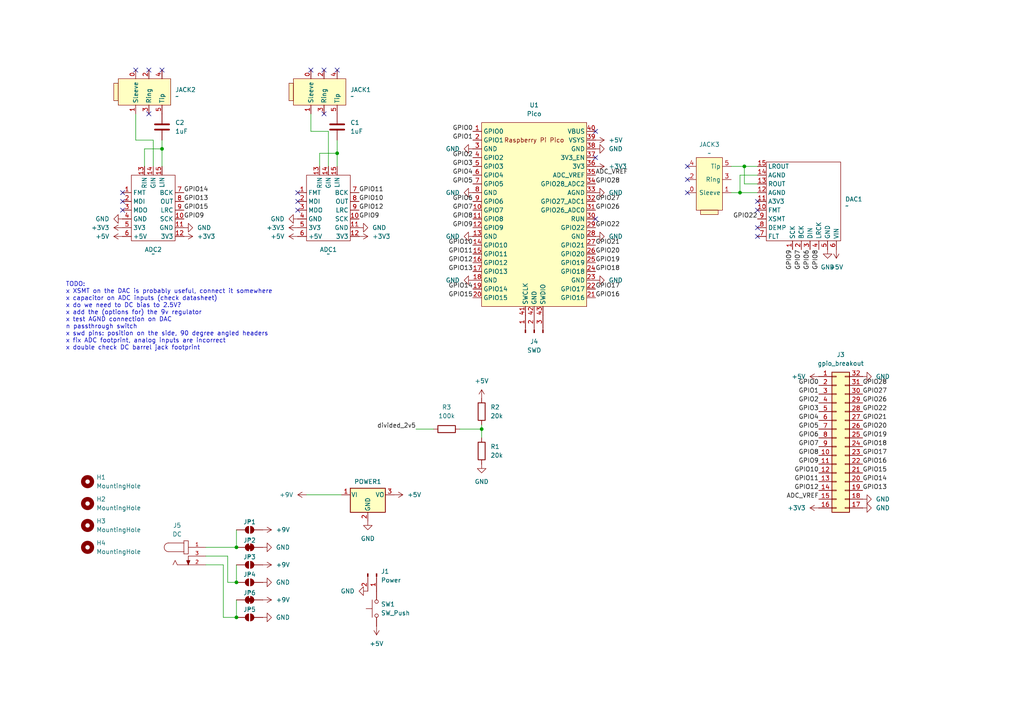
<source format=kicad_sch>
(kicad_sch (version 20250114) (generator "eeschema") (generator_version "9.0")
  (paper "A4")
  (lib_symbols
    (symbol "Connector:Conn_01x02_Pin" (pin_names (offset 1.016) (hide yes))
      (property "Reference" "J" (at 0 2.54 0))
      (property "Value" "Conn_01x02_Pin" (at 0 -5.08 0))
      (symbol "Conn_01x02_Pin_1_1"
        (rectangle (start 0.8636 0.127) (end 0 -0.127) (stroke (width 0.1524)) (fill (type outline)))
        (rectangle (start 0.8636 -2.413) (end 0 -2.667) (stroke (width 0.1524)) (fill (type outline)))
        (polyline (pts (xy 1.27 0) (xy 0.8636 0)) (stroke (width 0.1524)))
        (polyline (pts (xy 1.27 -2.54) (xy 0.8636 -2.54)) (stroke (width 0.1524)))
        (pin passive line (at 5.08 0 180) (length 3.81) (name "Pin_1") (number "1"))
        (pin passive line (at 5.08 -2.54 180) (length 3.81) (name "Pin_2") (number "2"))
      )
    )
    (symbol "Connector:Conn_01x03_Pin" (pin_names (offset 1.016) (hide yes))
      (property "Reference" "J" (at 0 5.08 0))
      (property "Value" "Conn_01x03_Pin" (at 0 -5.08 0))
      (symbol "Conn_01x03_Pin_1_1"
        (rectangle (start 0.8636 2.667) (end 0 2.413) (stroke (width 0.1524)) (fill (type outline)))
        (rectangle (start 0.8636 0.127) (end 0 -0.127) (stroke (width 0.1524)) (fill (type outline)))
        (rectangle (start 0.8636 -2.413) (end 0 -2.667) (stroke (width 0.1524)) (fill (type outline)))
        (polyline (pts (xy 1.27 2.54) (xy 0.8636 2.54)) (stroke (width 0.1524)))
        (polyline (pts (xy 1.27 0) (xy 0.8636 0)) (stroke (width 0.1524)))
        (polyline (pts (xy 1.27 -2.54) (xy 0.8636 -2.54)) (stroke (width 0.1524)))
        (pin passive line (at 5.08 2.54 180) (length 3.81) (name "Pin_1") (number "1"))
        (pin passive line (at 5.08 0 180) (length 3.81) (name "Pin_2") (number "2"))
        (pin passive line (at 5.08 -2.54 180) (length 3.81) (name "Pin_3") (number "3"))
      )
    )
    (symbol "Connector_Generic:Conn_02x16_Counter_Clockwise" (pin_names (offset 1.016) (hide yes))
      (property "Reference" "J" (at 1.27 20.32 0))
      (property "Value" "Conn_02x16_Counter_Clockwise" (at 1.27 -22.86 0))
      (symbol "Conn_02x16_Counter_Clockwise_1_1"
        (rectangle (start -1.27 19.05) (end 3.81 -21.59) (stroke (width 0.254)) (fill (type background)))
        (rectangle (start -1.27 17.907) (end 0 17.653) (stroke (width 0.1524)))
        (rectangle (start -1.27 15.367) (end 0 15.113) (stroke (width 0.1524)))
        (rectangle (start -1.27 12.827) (end 0 12.573) (stroke (width 0.1524)))
        (rectangle (start -1.27 10.287) (end 0 10.033) (stroke (width 0.1524)))
        (rectangle (start -1.27 7.747) (end 0 7.493) (stroke (width 0.1524)))
        (rectangle (start -1.27 5.207) (end 0 4.953) (stroke (width 0.1524)))
        (rectangle (start -1.27 2.667) (end 0 2.413) (stroke (width 0.1524)))
        (rectangle (start -1.27 0.127) (end 0 -0.127) (stroke (width 0.1524)))
        (rectangle (start -1.27 -2.413) (end 0 -2.667) (stroke (width 0.1524)))
        (rectangle (start -1.27 -4.953) (end 0 -5.207) (stroke (width 0.1524)))
        (rectangle (start -1.27 -7.493) (end 0 -7.747) (stroke (width 0.1524)))
        (rectangle (start -1.27 -10.033) (end 0 -10.287) (stroke (width 0.1524)))
        (rectangle (start -1.27 -12.573) (end 0 -12.827) (stroke (width 0.1524)))
        (rectangle (start -1.27 -15.113) (end 0 -15.367) (stroke (width 0.1524)))
        (rectangle (start -1.27 -17.653) (end 0 -17.907) (stroke (width 0.1524)))
        (rectangle (start -1.27 -20.193) (end 0 -20.447) (stroke (width 0.1524)))
        (rectangle (start 3.81 17.907) (end 2.54 17.653) (stroke (width 0.1524)))
        (rectangle (start 3.81 15.367) (end 2.54 15.113) (stroke (width 0.1524)))
        (rectangle (start 3.81 12.827) (end 2.54 12.573) (stroke (width 0.1524)))
        (rectangle (start 3.81 10.287) (end 2.54 10.033) (stroke (width 0.1524)))
        (rectangle (start 3.81 7.747) (end 2.54 7.493) (stroke (width 0.1524)))
        (rectangle (start 3.81 5.207) (end 2.54 4.953) (stroke (width 0.1524)))
        (rectangle (start 3.81 2.667) (end 2.54 2.413) (stroke (width 0.1524)))
        (rectangle (start 3.81 0.127) (end 2.54 -0.127) (stroke (width 0.1524)))
        (rectangle (start 3.81 -2.413) (end 2.54 -2.667) (stroke (width 0.1524)))
        (rectangle (start 3.81 -4.953) (end 2.54 -5.207) (stroke (width 0.1524)))
        (rectangle (start 3.81 -7.493) (end 2.54 -7.747) (stroke (width 0.1524)))
        (rectangle (start 3.81 -10.033) (end 2.54 -10.287) (stroke (width 0.1524)))
        (rectangle (start 3.81 -12.573) (end 2.54 -12.827) (stroke (width 0.1524)))
        (rectangle (start 3.81 -15.113) (end 2.54 -15.367) (stroke (width 0.1524)))
        (rectangle (start 3.81 -17.653) (end 2.54 -17.907) (stroke (width 0.1524)))
        (rectangle (start 3.81 -20.193) (end 2.54 -20.447) (stroke (width 0.1524)))
        (pin passive line (at -5.08 17.78 0) (length 3.81) (name "Pin_1") (number "1"))
        (pin passive line (at -5.08 15.24 0) (length 3.81) (name "Pin_2") (number "2"))
        (pin passive line (at -5.08 12.7 0) (length 3.81) (name "Pin_3") (number "3"))
        (pin passive line (at -5.08 10.16 0) (length 3.81) (name "Pin_4") (number "4"))
        (pin passive line (at -5.08 7.62 0) (length 3.81) (name "Pin_5") (number "5"))
        (pin passive line (at -5.08 5.08 0) (length 3.81) (name "Pin_6") (number "6"))
        (pin passive line (at -5.08 2.54 0) (length 3.81) (name "Pin_7") (number "7"))
        (pin passive line (at -5.08 0 0) (length 3.81) (name "Pin_8") (number "8"))
        (pin passive line (at -5.08 -2.54 0) (length 3.81) (name "Pin_9") (number "9"))
        (pin passive line (at -5.08 -5.08 0) (length 3.81) (name "Pin_10") (number "10"))
        (pin passive line (at -5.08 -7.62 0) (length 3.81) (name "Pin_11") (number "11"))
        (pin passive line (at -5.08 -10.16 0) (length 3.81) (name "Pin_12") (number "12"))
        (pin passive line (at -5.08 -12.7 0) (length 3.81) (name "Pin_13") (number "13"))
        (pin passive line (at -5.08 -15.24 0) (length 3.81) (name "Pin_14") (number "14"))
        (pin passive line (at -5.08 -17.78 0) (length 3.81) (name "Pin_15") (number "15"))
        (pin passive line (at -5.08 -20.32 0) (length 3.81) (name "Pin_16") (number "16"))
        (pin passive line (at 7.62 17.78 180) (length 3.81) (name "Pin_32") (number "32"))
        (pin passive line (at 7.62 15.24 180) (length 3.81) (name "Pin_31") (number "31"))
        (pin passive line (at 7.62 12.7 180) (length 3.81) (name "Pin_30") (number "30"))
        (pin passive line (at 7.62 10.16 180) (length 3.81) (name "Pin_29") (number "29"))
        (pin passive line (at 7.62 7.62 180) (length 3.81) (name "Pin_28") (number "28"))
        (pin passive line (at 7.62 5.08 180) (length 3.81) (name "Pin_27") (number "27"))
        (pin passive line (at 7.62 2.54 180) (length 3.81) (name "Pin_26") (number "26"))
        (pin passive line (at 7.62 0 180) (length 3.81) (name "Pin_25") (number "25"))
        (pin passive line (at 7.62 -2.54 180) (length 3.81) (name "Pin_24") (number "24"))
        (pin passive line (at 7.62 -5.08 180) (length 3.81) (name "Pin_23") (number "23"))
        (pin passive line (at 7.62 -7.62 180) (length 3.81) (name "Pin_22") (number "22"))
        (pin passive line (at 7.62 -10.16 180) (length 3.81) (name "Pin_21") (number "21"))
        (pin passive line (at 7.62 -12.7 180) (length 3.81) (name "Pin_20") (number "20"))
        (pin passive line (at 7.62 -15.24 180) (length 3.81) (name "Pin_19") (number "19"))
        (pin passive line (at 7.62 -17.78 180) (length 3.81) (name "Pin_18") (number "18"))
        (pin passive line (at 7.62 -20.32 180) (length 3.81) (name "Pin_17") (number "17"))
      )
    )
    (symbol "DCJ200-10-A-XX-K_REVA:DCJ200-10-A-XX-K_REVA" (pin_names (offset 1.016))
      (property "Reference" "J" (at -7.6272 5.0848 0))
      (property "Value" "DCJ200-10-A-XX-K_REVA" (at -7.6313 -5.0875 0))
      (symbol "DCJ200-10-A-XX-K_REVA_0_0"
        (polyline (pts (xy -5.715 3.81) (xy -1.27 3.81)) (stroke (width 0.1524)))
        (arc (start -5.715 1.27) (mid -6.9794 2.54) (end -5.715 3.81) (stroke (width 0.1524)))
        (polyline (pts (xy -3.81 -1.27) (xy -4.445 -2.54)) (stroke (width 0.1524)))
        (polyline (pts (xy -3.175 -2.54) (xy -3.81 -1.27)) (stroke (width 0.1524)))
        (polyline (pts (xy -1.27 4.445) (xy -1.27 3.81)) (stroke (width 0.1524)))
        (polyline (pts (xy -1.27 3.81) (xy -1.27 1.27)) (stroke (width 0.1524)))
        (polyline (pts (xy -1.27 1.27) (xy -5.715 1.27)) (stroke (width 0.1524)))
        (polyline (pts (xy -1.27 1.27) (xy -1.27 0.635)) (stroke (width 0.1524)))
        (polyline (pts (xy -1.27 0.635) (xy 0 0.635)) (stroke (width 0.1524)))
        (polyline (pts (xy 0 4.445) (xy -1.27 4.445)) (stroke (width 0.1524)))
        (polyline (pts (xy 0 0.635) (xy 0 4.445)) (stroke (width 0.1524)))
        (polyline (pts (xy 0 0) (xy 0 -2.54)) (stroke (width 0.1524)))
        (polyline (pts (xy 0 -2.54) (xy -3.175 -2.54)) (stroke (width 0.1524)))
        (polyline (pts (xy 0 -2.54) (xy -0.508 -1.27) (xy 0.508 -1.27) (xy 0 -2.54)) (stroke (width 0.1524)) (fill (type outline)))
        (pin passive line (at 5.08 2.54 180) (length 5.08) (name "~") (number "1"))
        (pin passive line (at 5.08 0 180) (length 5.08) (name "~") (number "3"))
        (pin passive line (at 5.08 -2.54 180) (length 5.08) (name "~") (number "2"))
      )
    )
    (symbol "Device:C" (pin_numbers (hide yes)) (pin_names (offset 0.254))
      (property "Reference" "C" (at 0.635 2.54 0))
      (property "Value" "C" (at 0.635 -2.54 0))
      (symbol "C_0_1"
        (polyline (pts (xy -2.032 0.762) (xy 2.032 0.762)) (stroke (width 0.508)))
        (polyline (pts (xy -2.032 -0.762) (xy 2.032 -0.762)) (stroke (width 0.508)))
      )
      (symbol "C_1_1"
        (pin passive line (at 0 3.81 270) (length 2.794) (name "~") (number "1"))
        (pin passive line (at 0 -3.81 90) (length 2.794) (name "~") (number "2"))
      )
    )
    (symbol "Device:R" (pin_numbers (hide yes)) (pin_names (offset 0))
      (property "Reference" "R" (at 2.032 0 90))
      (property "Value" "R" (at 0 0 90))
      (symbol "R_0_1"
        (rectangle (start -1.016 -2.54) (end 1.016 2.54) (stroke (width 0.254)))
      )
      (symbol "R_1_1"
        (pin passive line (at 0 3.81 270) (length 1.27) (name "~") (number "1"))
        (pin passive line (at 0 -3.81 90) (length 1.27) (name "~") (number "2"))
      )
    )
    (symbol "Jumper:SolderJumper_2_Bridged" (pin_numbers (hide yes)) (pin_names (offset 0) (hide yes)) (in_bom no)
      (property "Reference" "JP" (at 0 2.032 0))
      (property "Value" "SolderJumper_2_Bridged" (at 0 -2.54 0))
      (symbol "SolderJumper_2_Bridged_0_1"
        (rectangle (start -0.508 0.508) (end 0.508 -0.508) (fill (type outline)))
        (polyline (pts (xy -0.254 1.016) (xy -0.254 -1.016)))
        (arc (start -0.254 -1.016) (mid -1.2656 0) (end -0.254 1.016))
        (arc (start -0.254 -1.016) (mid -1.2656 0) (end -0.254 1.016) (fill (type outline)))
        (arc (start 0.254 1.016) (mid 1.2656 0) (end 0.254 -1.016))
        (arc (start 0.254 1.016) (mid 1.2656 0) (end 0.254 -1.016) (fill (type outline)))
        (polyline (pts (xy 0.254 1.016) (xy 0.254 -1.016)))
      )
      (symbol "SolderJumper_2_Bridged_1_1"
        (pin passive line (at -3.81 0 0) (length 2.54) (name "A") (number "1"))
        (pin passive line (at 3.81 0 180) (length 2.54) (name "B") (number "2"))
      )
    )
    (symbol "Jumper:SolderJumper_2_Open" (pin_numbers (hide yes)) (pin_names (offset 0) (hide yes)) (in_bom no)
      (property "Reference" "JP" (at 0 2.032 0))
      (property "Value" "SolderJumper_2_Open" (at 0 -2.54 0))
      (symbol "SolderJumper_2_Open_0_1"
        (polyline (pts (xy -0.254 1.016) (xy -0.254 -1.016)))
        (arc (start -0.254 -1.016) (mid -1.2656 0) (end -0.254 1.016))
        (arc (start -0.254 -1.016) (mid -1.2656 0) (end -0.254 1.016) (fill (type outline)))
        (arc (start 0.254 1.016) (mid 1.2656 0) (end 0.254 -1.016))
        (arc (start 0.254 1.016) (mid 1.2656 0) (end 0.254 -1.016) (fill (type outline)))
        (polyline (pts (xy 0.254 1.016) (xy 0.254 -1.016)))
      )
      (symbol "SolderJumper_2_Open_1_1"
        (pin passive line (at -3.81 0 0) (length 2.54) (name "A") (number "1"))
        (pin passive line (at 3.81 0 180) (length 2.54) (name "B") (number "2"))
      )
    )
    (symbol "MCU_RaspberryPi_and_Boards:Pico"
      (property "Reference" "U" (at -13.97 27.94 0))
      (property "Value" "Pico" (at 0 19.05 0))
      (symbol "Pico_0_0"
        (text "Raspberry Pi Pico" (at 0 21.59 0) (effects (font (size 1.27 1.27))))
      )
      (symbol "Pico_0_1"
        (rectangle (start -15.24 26.67) (end 15.24 -26.67) (fill (type background)))
      )
      (symbol "Pico_1_1"
        (pin bidirectional line (at -17.78 24.13 0) (length 2.54) (name "GPIO0") (number "1"))
        (pin bidirectional line (at -17.78 21.59 0) (length 2.54) (name "GPIO1") (number "2"))
        (pin power_in line (at -17.78 19.05 0) (length 2.54) (name "GND") (number "3"))
        (pin bidirectional line (at -17.78 16.51 0) (length 2.54) (name "GPIO2") (number "4"))
        (pin bidirectional line (at -17.78 13.97 0) (length 2.54) (name "GPIO3") (number "5"))
        (pin bidirectional line (at -17.78 11.43 0) (length 2.54) (name "GPIO4") (number "6"))
        (pin bidirectional line (at -17.78 8.89 0) (length 2.54) (name "GPIO5") (number "7"))
        (pin power_in line (at -17.78 6.35 0) (length 2.54) (name "GND") (number "8"))
        (pin bidirectional line (at -17.78 3.81 0) (length 2.54) (name "GPIO6") (number "9"))
        (pin bidirectional line (at -17.78 1.27 0) (length 2.54) (name "GPIO7") (number "10"))
        (pin bidirectional line (at -17.78 -1.27 0) (length 2.54) (name "GPIO8") (number "11"))
        (pin bidirectional line (at -17.78 -3.81 0) (length 2.54) (name "GPIO9") (number "12"))
        (pin power_in line (at -17.78 -6.35 0) (length 2.54) (name "GND") (number "13"))
        (pin bidirectional line (at -17.78 -8.89 0) (length 2.54) (name "GPIO10") (number "14"))
        (pin bidirectional line (at -17.78 -11.43 0) (length 2.54) (name "GPIO11") (number "15"))
        (pin bidirectional line (at -17.78 -13.97 0) (length 2.54) (name "GPIO12") (number "16"))
        (pin bidirectional line (at -17.78 -16.51 0) (length 2.54) (name "GPIO13") (number "17"))
        (pin power_in line (at -17.78 -19.05 0) (length 2.54) (name "GND") (number "18"))
        (pin bidirectional line (at -17.78 -21.59 0) (length 2.54) (name "GPIO14") (number "19"))
        (pin bidirectional line (at -17.78 -24.13 0) (length 2.54) (name "GPIO15") (number "20"))
        (pin input line (at -2.54 -29.21 90) (length 2.54) (name "SWCLK") (number "41"))
        (pin power_in line (at 0 -29.21 90) (length 2.54) (name "GND") (number "42"))
        (pin bidirectional line (at 2.54 -29.21 90) (length 2.54) (name "SWDIO") (number "43"))
        (pin power_in line (at 17.78 24.13 180) (length 2.54) (name "VBUS") (number "40"))
        (pin power_in line (at 17.78 21.59 180) (length 2.54) (name "VSYS") (number "39"))
        (pin bidirectional line (at 17.78 19.05 180) (length 2.54) (name "GND") (number "38"))
        (pin input line (at 17.78 16.51 180) (length 2.54) (name "3V3_EN") (number "37"))
        (pin power_in line (at 17.78 13.97 180) (length 2.54) (name "3V3") (number "36"))
        (pin power_in line (at 17.78 11.43 180) (length 2.54) (name "ADC_VREF") (number "35"))
        (pin bidirectional line (at 17.78 8.89 180) (length 2.54) (name "GPIO28_ADC2") (number "34"))
        (pin power_in line (at 17.78 6.35 180) (length 2.54) (name "AGND") (number "33"))
        (pin bidirectional line (at 17.78 3.81 180) (length 2.54) (name "GPIO27_ADC1") (number "32"))
        (pin bidirectional line (at 17.78 1.27 180) (length 2.54) (name "GPIO26_ADC0") (number "31"))
        (pin input line (at 17.78 -1.27 180) (length 2.54) (name "RUN") (number "30"))
        (pin bidirectional line (at 17.78 -3.81 180) (length 2.54) (name "GPIO22") (number "29"))
        (pin power_in line (at 17.78 -6.35 180) (length 2.54) (name "GND") (number "28"))
        (pin bidirectional line (at 17.78 -8.89 180) (length 2.54) (name "GPIO21") (number "27"))
        (pin bidirectional line (at 17.78 -11.43 180) (length 2.54) (name "GPIO20") (number "26"))
        (pin bidirectional line (at 17.78 -13.97 180) (length 2.54) (name "GPIO19") (number "25"))
        (pin bidirectional line (at 17.78 -16.51 180) (length 2.54) (name "GPIO18") (number "24"))
        (pin power_in line (at 17.78 -19.05 180) (length 2.54) (name "GND") (number "23"))
        (pin bidirectional line (at 17.78 -21.59 180) (length 2.54) (name "GPIO17") (number "22"))
        (pin bidirectional line (at 17.78 -24.13 180) (length 2.54) (name "GPIO16") (number "21"))
      )
    )
    (symbol "Mechanical:MountingHole" (pin_names (offset 1.016)) (in_bom no)
      (property "Reference" "H" (at 0 5.08 0))
      (property "Value" "MountingHole" (at 0 3.175 0))
      (symbol "MountingHole_0_1"
        (circle (center 0 0) (radius 1.27) (stroke (width 1.27)))
      )
    )
    (symbol "Regulator_Linear:LM7805_TO220" (pin_names (offset 0.254))
      (property "Reference" "U" (at -3.81 3.175 0))
      (property "Value" "LM7805_TO220" (at 0 3.175 0))
      (symbol "LM7805_TO220_0_1"
        (rectangle (start -5.08 1.905) (end 5.08 -5.08) (stroke (width 0.254)) (fill (type background)))
      )
      (symbol "LM7805_TO220_1_1"
        (pin power_in line (at -7.62 0 0) (length 2.54) (name "VI") (number "1"))
        (pin power_in line (at 0 -7.62 90) (length 2.54) (name "GND") (number "2"))
        (pin power_out line (at 7.62 0 180) (length 2.54) (name "VO") (number "3"))
      )
    )
    (symbol "Switch:SW_Push" (pin_numbers (hide yes)) (pin_names (offset 1.016) (hide yes))
      (property "Reference" "SW" (at 1.27 2.54 0))
      (property "Value" "SW_Push" (at 0 -1.524 0))
      (symbol "SW_Push_0_1"
        (circle (center -2.032 0) (radius 0.508))
        (polyline (pts (xy 0 1.27) (xy 0 3.048)))
        (circle (center 2.032 0) (radius 0.508))
        (polyline (pts (xy 2.54 1.27) (xy -2.54 1.27)))
        (pin passive line (at -5.08 0 0) (length 2.54) (name "1") (number "1"))
        (pin passive line (at 5.08 0 180) (length 2.54) (name "2") (number "2"))
      )
    )
    (symbol "power:+3V3" (power) (pin_numbers (hide yes)) (pin_names (offset 0) (hide yes))
      (property "Value" "+3V3" (at 0 3.556 0))
      (symbol "+3V3_0_1"
        (polyline (pts (xy -0.762 1.27) (xy 0 2.54)))
        (polyline (pts (xy 0 2.54) (xy 0.762 1.27)))
        (polyline (pts (xy 0 0) (xy 0 2.54)))
      )
      (symbol "+3V3_1_1"
        (pin power_in line (at 0 0 90) (length 0) (name "~") (number "1"))
      )
    )
    (symbol "power:+5V" (power) (pin_numbers (hide yes)) (pin_names (offset 0) (hide yes))
      (property "Value" "+5V" (at 0 3.556 0))
      (symbol "+5V_0_1"
        (polyline (pts (xy -0.762 1.27) (xy 0 2.54)))
        (polyline (pts (xy 0 2.54) (xy 0.762 1.27)))
        (polyline (pts (xy 0 0) (xy 0 2.54)))
      )
      (symbol "+5V_1_1"
        (pin power_in line (at 0 0 90) (length 0) (name "~") (number "1"))
      )
    )
    (symbol "power:+9V" (power) (pin_numbers (hide yes)) (pin_names (offset 0) (hide yes))
      (property "Value" "+9V" (at 0 3.556 0))
      (symbol "+9V_0_1"
        (polyline (pts (xy -0.762 1.27) (xy 0 2.54)))
        (polyline (pts (xy 0 2.54) (xy 0.762 1.27)))
        (polyline (pts (xy 0 0) (xy 0 2.54)))
      )
      (symbol "+9V_1_1"
        (pin power_in line (at 0 0 90) (length 0) (name "~") (number "1"))
      )
    )
    (symbol "power:GND" (power) (pin_numbers (hide yes)) (pin_names (offset 0) (hide yes))
      (property "Value" "GND" (at 0 -3.81 0))
      (symbol "GND_0_1"
        (polyline (pts (xy 0 0) (xy 0 -1.27) (xy 1.27 -1.27) (xy 0 -2.54) (xy -1.27 -1.27) (xy 0 -1.27)))
      )
      (symbol "GND_1_1"
        (pin power_in line (at 0 0 270) (length 0) (name "~") (number "1"))
      )
    )
    (symbol "rytmos:PCM1808_breakout"
      (property "Reference" "ADC" (at 0 7.366 0))
      (symbol "PCM1808_breakout_0_1"
        (rectangle (start 6.35 -20.32) (end -6.35 -1.27))
      )
      (symbol "PCM1808_breakout_1_1"
        (pin input line (at -8.89 -6.35 0) (length 2.54) (name "FMT") (number "1"))
        (pin input line (at -8.89 -8.89 0) (length 2.54) (name "MDI") (number "2"))
        (pin output line (at -8.89 -11.43 0) (length 2.54) (name "MDO") (number "3"))
        (pin power_in line (at -8.89 -13.97 0) (length 2.54) (name "GND") (number "4"))
        (pin power_in line (at -8.89 -16.51 0) (length 2.54) (name "3V3") (number "5"))
        (pin power_in line (at -8.89 -19.05 0) (length 2.54) (name "+5V") (number "6"))
        (pin input line (at -2.54 1.27 270) (length 2.54) (name "RIN") (number "13"))
        (pin input line (at 0 1.27 270) (length 2.54) (name "GIN") (number "14"))
        (pin input line (at 2.54 1.27 270) (length 2.54) (name "LIN") (number "15"))
        (pin output line (at 8.89 -6.35 180) (length 2.54) (name "BCK") (number "7"))
        (pin output line (at 8.89 -8.89 180) (length 2.54) (name "OUT") (number "8"))
        (pin output line (at 8.89 -11.43 180) (length 2.54) (name "LRC") (number "9"))
        (pin output line (at 8.89 -13.97 180) (length 2.54) (name "SCK") (number "10"))
        (pin power_in line (at 8.89 -16.51 180) (length 2.54) (name "GND") (number "11"))
        (pin power_in line (at 8.89 -19.05 180) (length 2.54) (name "3V3") (number "12"))
      )
    )
    (symbol "rytmos:PCM5102_breakout"
      (property "Reference" "DAC" (at 0 0 0))
      (symbol "PCM5102_breakout_0_1"
        (rectangle (start -10.16 -1.27) (end 11.43 -24.13))
      )
      (symbol "PCM5102_breakout_1_1"
        (pin output line (at -12.7 -2.54 0) (length 2.54) (name "LROUT") (number "15"))
        (pin power_in line (at -12.7 -5.08 0) (length 2.54) (name "AGND") (number "14"))
        (pin output line (at -12.7 -7.62 0) (length 2.54) (name "ROUT") (number "13"))
        (pin power_in line (at -12.7 -10.16 0) (length 2.54) (name "AGND") (number "12"))
        (pin power_in line (at -12.7 -12.7 0) (length 2.54) (name "A3V3") (number "11"))
        (pin input line (at -12.7 -15.24 0) (length 2.54) (name "FMT") (number "10"))
        (pin input line (at -12.7 -17.78 0) (length 2.54) (name "XSMT") (number "9"))
        (pin input line (at -12.7 -20.32 0) (length 2.54) (name "DEMP") (number "8"))
        (pin input line (at -12.7 -22.86 0) (length 2.54) (name "FLT") (number "7"))
        (pin input line (at -2.54 -26.67 90) (length 2.54) (name "SCK") (number "1"))
        (pin input line (at 0 -26.67 90) (length 2.54) (name "BCK") (number "2"))
        (pin input line (at 2.54 -26.67 90) (length 2.54) (name "DIN") (number "3"))
        (pin input line (at 5.08 -26.67 90) (length 2.54) (name "LRCK") (number "4"))
        (pin power_in line (at 7.62 -26.67 90) (length 2.54) (name "GND") (number "5"))
        (pin power_in line (at 10.16 -26.67 90) (length 2.54) (name "VIN") (number "6"))
      )
    )
    (symbol "rytmos:TRS_Jack_6.3mm"
      (property "Reference" "JACK" (at -0.254 7.62 0))
      (symbol "TRS_Jack_6.3mm_1_1"
        (rectangle (start -3.81 -8.89) (end 3.81 6.35) (fill (type background)))
        (rectangle (start -2.54 -10.16) (end 2.54 -8.89) (fill (type background)))
        (pin input line (at -6.35 3.81 0) (length 2.54) (name "") (number "4"))
        (pin input line (at -6.35 0 0) (length 2.54) (name "") (number "2"))
        (pin input line (at -6.35 -3.81 0) (length 2.54) (name "") (number "0"))
        (pin input line (at 6.35 3.81 180) (length 2.54) (name "Tip") (number "5"))
        (pin input line (at 6.35 0 180) (length 2.54) (name "Ring") (number "3"))
        (pin input line (at 6.35 -3.81 180) (length 2.54) (name "Sleeve") (number "1"))
      )
    )
  )
  (text "TODO:\nx XSMT on the DAC is probably useful, connect it somewhere\nx capacitor on ADC inputs (check datasheet)\nx do we need to DC bias to 2.5V?\nx add the (options for) the 9v regulator\nx test AGND connection on DAC\nn passthrough switch\nx swd pins: position on the side, 90 degree angled headers\nx fix ADC footprint, analog inputs are incorrect\nx double check DC barrel jack footprint" (at 19.05 81.788 0) (effects (font (size 1.27 1.27)) (justify left top)))
  (junction (at 139.7 124.46))
  (junction (at 68.58 179.07))
  (junction (at 46.99 43.18))
  (junction (at 214.63 55.88))
  (junction (at 68.58 158.75))
  (junction (at 215.9 48.26))
  (junction (at 68.58 168.91))
  (junction (at 97.79 44.45))
  (no_connect (at 219.71 68.58))
  (no_connect (at 172.72 38.1))
  (no_connect (at 46.99 20.32))
  (no_connect (at 219.71 60.96))
  (no_connect (at 39.37 20.32))
  (no_connect (at 35.56 60.96))
  (no_connect (at 97.79 20.32))
  (no_connect (at 86.36 55.88))
  (no_connect (at 199.39 48.26))
  (no_connect (at 219.71 58.42))
  (no_connect (at 172.72 45.72))
  (no_connect (at 86.36 58.42))
  (no_connect (at 219.71 66.04))
  (no_connect (at 90.17 20.32))
  (no_connect (at 86.36 60.96))
  (no_connect (at 172.72 63.5))
  (no_connect (at 43.18 20.32))
  (no_connect (at 43.18 33.02))
  (no_connect (at 35.56 58.42))
  (no_connect (at 35.56 55.88))
  (no_connect (at 93.98 33.02))
  (no_connect (at 199.39 52.07))
  (no_connect (at 93.98 20.32))
  (no_connect (at 199.39 55.88))
  (wire (pts (xy 212.09 48.26) (xy 215.9 48.26)))
  (wire (pts (xy 39.37 40.64) (xy 39.37 33.02)))
  (wire (pts (xy 66.04 168.91) (xy 68.58 168.91)))
  (wire (pts (xy 90.17 33.02) (xy 90.17 38.1)))
  (wire (pts (xy 46.99 40.64) (xy 46.99 43.18)))
  (wire (pts (xy 59.69 163.83) (xy 64.77 163.83)))
  (wire (pts (xy 97.79 44.45) (xy 97.79 48.26)))
  (wire (pts (xy 44.45 48.26) (xy 44.45 40.64)))
  (wire (pts (xy 139.7 124.46) (xy 139.7 127)))
  (wire (pts (xy 215.9 48.26) (xy 219.71 48.26)))
  (wire (pts (xy 46.99 43.18) (xy 41.91 43.18)))
  (wire (pts (xy 90.17 38.1) (xy 95.25 38.1)))
  (wire (pts (xy 95.25 38.1) (xy 95.25 48.26)))
  (wire (pts (xy 68.58 153.67) (xy 68.58 158.75)))
  (wire (pts (xy 59.69 161.29) (xy 66.04 161.29)))
  (wire (pts (xy 92.71 44.45) (xy 97.79 44.45)))
  (wire (pts (xy 92.71 48.26) (xy 92.71 44.45)))
  (wire (pts (xy 133.35 124.46) (xy 139.7 124.46)))
  (wire (pts (xy 46.99 43.18) (xy 46.99 48.26)))
  (wire (pts (xy 97.79 44.45) (xy 97.79 40.64)))
  (wire (pts (xy 66.04 161.29) (xy 66.04 168.91)))
  (wire (pts (xy 64.77 163.83) (xy 64.77 179.07)))
  (wire (pts (xy 219.71 53.34) (xy 215.9 53.34)))
  (wire (pts (xy 59.69 158.75) (xy 68.58 158.75)))
  (wire (pts (xy 139.7 123.19) (xy 139.7 124.46)))
  (wire (pts (xy 214.63 50.8) (xy 214.63 55.88)))
  (wire (pts (xy 219.71 50.8) (xy 214.63 50.8)))
  (wire (pts (xy 68.58 163.83) (xy 68.58 168.91)))
  (wire (pts (xy 120.65 124.46) (xy 125.73 124.46)))
  (wire (pts (xy 212.09 55.88) (xy 214.63 55.88)))
  (wire (pts (xy 214.63 55.88) (xy 219.71 55.88)))
  (wire (pts (xy 64.77 179.07) (xy 68.58 179.07)))
  (wire (pts (xy 44.45 40.64) (xy 39.37 40.64)))
  (wire (pts (xy 88.9 143.51) (xy 99.06 143.51)))
  (wire (pts (xy 41.91 43.18) (xy 41.91 48.26)))
  (wire (pts (xy 68.58 173.99) (xy 68.58 179.07)))
  (wire (pts (xy 215.9 53.34) (xy 215.9 48.26)))
  (label "GPIO10" (at 237.49 137.16 180))
  (label "GPIO10" (at 104.14 58.42 0))
  (label "GPIO15" (at 53.34 60.96 0))
  (label "GPIO17" (at 250.19 132.08 0))
  (label "GPIO0" (at 237.49 111.76 180))
  (label "GPIO6" (at 234.95 72.39 270))
  (label "GPIO22" (at 250.19 119.38 0))
  (label "GPIO5" (at 237.49 124.46 180))
  (label "GPIO26" (at 250.19 116.84 0))
  (label "GPIO28" (at 250.19 111.76 0))
  (label "GPIO17" (at 172.72 83.82 0))
  (label "GPIO9" (at 229.87 72.39 270))
  (label "GPIO10" (at 137.16 71.12 180))
  (label "GPIO0" (at 137.16 38.1 180))
  (label "GPIO11" (at 137.16 73.66 180))
  (label "GPIO3" (at 237.49 119.38 180))
  (label "GPIO26" (at 172.72 60.96 0))
  (label "GPIO16" (at 172.72 86.36 0))
  (label "GPIO14" (at 137.16 83.82 180))
  (label "GPIO16" (at 250.19 134.62 0))
  (label "GPIO19" (at 250.19 127 0))
  (label "GPIO2" (at 137.16 45.72 180))
  (label "GPIO12" (at 104.14 60.96 0))
  (label "GPIO13" (at 250.19 142.24 0))
  (label "GPIO9" (at 53.34 63.5 0))
  (label "GPIO21" (at 172.72 71.12 0))
  (label "GPIO27" (at 250.19 114.3 0))
  (label "GPIO7" (at 137.16 60.96 180))
  (label "divided_2v5" (at 120.65 124.46 180))
  (label "GPIO1" (at 237.49 114.3 180))
  (label "GPIO6" (at 137.16 58.42 180))
  (label "GPIO8" (at 237.49 132.08 180))
  (label "GPIO22" (at 172.72 66.04 0))
  (label "GPIO11" (at 104.14 55.88 0))
  (label "GPIO13" (at 53.34 58.42 0))
  (label "GPIO2" (at 237.49 116.84 180))
  (label "GPIO4" (at 137.16 50.8 180))
  (label "GPIO18" (at 250.19 129.54 0))
  (label "GPIO8" (at 237.49 72.39 270))
  (label "GPIO13" (at 137.16 78.74 180))
  (label "GPIO3" (at 137.16 48.26 180))
  (label "GPIO15" (at 250.19 137.16 0))
  (label "GPIO19" (at 172.72 76.2 0))
  (label "ADC_VREF" (at 172.72 50.8 0))
  (label "GPIO7" (at 237.49 129.54 180))
  (label "GPIO9" (at 237.49 134.62 180))
  (label "GPIO15" (at 137.16 86.36 180))
  (label "GPIO20" (at 250.19 124.46 0))
  (label "GPIO7" (at 232.41 72.39 270))
  (label "GPIO12" (at 237.49 142.24 180))
  (label "GPIO12" (at 137.16 76.2 180))
  (label "GPIO14" (at 250.19 139.7 0))
  (label "GPIO11" (at 237.49 139.7 180))
  (label "GPIO5" (at 137.16 53.34 180))
  (label "GPIO28" (at 172.72 53.34 0))
  (label "GPIO9" (at 137.16 66.04 180))
  (label "GPIO6" (at 237.49 127 180))
  (label "GPIO8" (at 137.16 63.5 180))
  (label "GPIO1" (at 137.16 40.64 180))
  (label "GPIO18" (at 172.72 78.74 0))
  (label "GPIO22" (at 219.71 63.5 180))
  (label "GPIO4" (at 237.49 121.92 180))
  (label "GPIO27" (at 172.72 58.42 0))
  (label "ADC_VREF" (at 237.49 144.78 180))
  (label "GPIO9" (at 104.14 63.5 0))
  (label "GPIO14" (at 53.34 55.88 0))
  (label "GPIO21" (at 250.19 121.92 0))
  (label "GPIO20" (at 172.72 73.66 0))
  (symbol (lib_id "Connector_Generic:Conn_02x16_Counter_Clockwise") (at 242.57 127 0) (unit 1)
    (property "Reference" "J3" (at 243.84 102.87 0))
    (property "Value" "gpio_breakout" (at 243.84 105.41 0))
    (property "Footprint" "Connector_PinSocket_2.54mm:PinSocket_2x16_P2.54mm_Vertical" (effects (hide yes)))
    (property "Description" "Generic connector, double row, 02x16, counter clockwise pin numbering scheme (similar to DIP package numbering), script generated (kicad-library-utils/schlib/autogen/connector/)" (effects (hide yes)))
  )
  (symbol (lib_id "MCU_RaspberryPi_and_Boards:Pico") (at 154.94 62.23 0) (unit 1)
    (property "Reference" "U1" (at 154.94 30.48 0))
    (property "Value" "Pico" (at 154.94 33.02 0))
    (property "Footprint" "MCU_RaspberryPi_and_Boards:RPi_Pico_SMD_TH" (effects (hide yes)))
  )
  (symbol (lib_id "Switch:SW_Push") (at 109.22 176.53 90) (unit 1)
    (property "Reference" "SW1" (at 110.49 175.2599 90) (effects (justify right)))
    (property "Value" "SW_Push" (at 110.49 177.7999 90) (effects (justify right)))
    (property "Footprint" "Connector_PinHeader_2.54mm:PinHeader_1x03_P2.54mm_Vertical" (effects (hide yes)))
    (property "Description" "Push button switch, generic, two pins" (effects (hide yes)))
  )
  (symbol (lib_id "power:GND") (at 76.2 179.07 90) (unit 1)
    (property "Reference" "#PWR040" (effects (hide yes)))
    (property "Value" "GND" (at 80.01 179.0699 90) (effects (justify right)))
    (property "Description" "Power symbol creates a global label with name \"GND\" , ground" (effects (hide yes)))
  )
  (symbol (lib_id "power:+9V") (at 88.9 143.51 90) (unit 1)
    (property "Reference" "#PWR034" (effects (hide yes)))
    (property "Value" "+9V" (at 85.09 143.5099 90) (effects (justify left)))
    (property "Description" "Power symbol creates a global label with name \"+9V\"" (effects (hide yes)))
  )
  (symbol (lib_id "power:+5V") (at 237.49 109.22 90) (unit 1)
    (property "Reference" "#PWR026" (effects (hide yes)))
    (property "Value" "+5V" (at 233.68 109.2199 90) (effects (justify left)))
    (property "Description" "Power symbol creates a global label with name \"+5V\"" (effects (hide yes)))
  )
  (symbol (lib_id "Mechanical:MountingHole") (at 25.4 146.05 0) (unit 1) (in_bom no)
    (property "Reference" "H2" (at 27.94 144.7799 0) (effects (justify left)))
    (property "Value" "MountingHole" (at 27.94 147.3199 0) (effects (justify left)))
    (property "Footprint" "MountingHole:MountingHole_3.2mm_M3" (effects (hide yes)))
    (property "Description" "Mounting Hole without connection" (effects (hide yes)))
  )
  (symbol (lib_id "Regulator_Linear:LM7805_TO220") (at 106.68 143.51 0) (unit 1)
    (property "Reference" "POWER1" (at 106.68 139.7 0))
    (property "Value" "LM7805_TO220" (effects (hide yes)))
    (property "Footprint" "Package_TO_SOT_THT:TO-220-3_Horizontal_TabDown" (effects (hide yes)))
    (property "Datasheet" "https://www.onsemi.cn/PowerSolutions/document/MC7800-D.PDF" (effects (hide yes)))
    (property "Description" "Positive 1A 35V Linear Regulator, Fixed Output 5V, TO-220" (effects (hide yes)))
  )
  (symbol (lib_id "Mechanical:MountingHole") (at 25.4 139.7 0) (unit 1) (in_bom no)
    (property "Reference" "H1" (at 27.94 138.4299 0) (effects (justify left)))
    (property "Value" "MountingHole" (at 27.94 140.9699 0) (effects (justify left)))
    (property "Footprint" "MountingHole:MountingHole_3.2mm_M3" (effects (hide yes)))
    (property "Description" "Mounting Hole without connection" (effects (hide yes)))
  )
  (symbol (lib_id "power:GND") (at 76.2 168.91 90) (unit 1)
    (property "Reference" "#PWR039" (effects (hide yes)))
    (property "Value" "GND" (at 80.01 168.9099 90) (effects (justify right)))
    (property "Description" "Power symbol creates a global label with name \"GND\" , ground" (effects (hide yes)))
  )
  (symbol (lib_id "power:+3V3") (at 86.36 66.04 90) (unit 1)
    (property "Reference" "#PWR013" (effects (hide yes)))
    (property "Value" "+3V3" (at 82.55 66.0399 90) (effects (justify left)))
    (property "Description" "Power symbol creates a global label with name \"+3V3\"" (effects (hide yes)))
  )
  (symbol (lib_id "power:+5V") (at 35.56 68.58 90) (unit 1)
    (property "Reference" "#PWR020" (effects (hide yes)))
    (property "Value" "+5V" (at 31.75 68.5799 90) (effects (justify left)))
    (property "Description" "Power symbol creates a global label with name \"+5V\"" (effects (hide yes)))
  )
  (symbol (lib_id "power:+3V3") (at 53.34 68.58 270) (unit 1)
    (property "Reference" "#PWR022" (effects (hide yes)))
    (property "Value" "+3V3" (at 57.15 68.5799 90) (effects (justify left)))
    (property "Description" "Power symbol creates a global label with name \"+3V3\"" (effects (hide yes)))
  )
  (symbol (lib_id "power:+5V") (at 172.72 40.64 270) (unit 1)
    (property "Reference" "#PWR03" (effects (hide yes)))
    (property "Value" "+5V" (at 176.53 40.6399 90) (effects (justify left)))
    (property "Description" "Power symbol creates a global label with name \"+5V\"" (effects (hide yes)))
  )
  (symbol (lib_id "Device:R") (at 139.7 119.38 0) (unit 1)
    (property "Reference" "R2" (at 142.24 118.1099 0) (effects (justify left)))
    (property "Value" "20k" (at 142.24 120.6499 0) (effects (justify left)))
    (property "Footprint" "Resistor_THT:R_Axial_DIN0207_L6.3mm_D2.5mm_P7.62mm_Horizontal" (effects (hide yes)))
    (property "Description" "Resistor" (effects (hide yes)))
  )
  (symbol (lib_id "power:GND") (at 172.72 68.58 90) (unit 1)
    (property "Reference" "#PWR09" (effects (hide yes)))
    (property "Value" "GND" (at 176.53 68.5799 90) (effects (justify right)))
    (property "Description" "Power symbol creates a global label with name \"GND\" , ground" (effects (hide yes)))
  )
  (symbol (lib_id "power:GND") (at 104.14 66.04 90) (unit 1)
    (property "Reference" "#PWR016" (effects (hide yes)))
    (property "Value" "GND" (at 107.95 66.0399 90) (effects (justify right)))
    (property "Description" "Power symbol creates a global label with name \"GND\" , ground" (effects (hide yes)))
  )
  (symbol (lib_id "power:+5V") (at 242.57 72.39 180) (unit 1)
    (property "Reference" "#PWR023" (effects (hide yes)))
    (property "Value" "+5V" (at 242.57 77.47 0))
    (property "Description" "Power symbol creates a global label with name \"+5V\"" (effects (hide yes)))
  )
  (symbol (lib_id "power:GND") (at 250.19 109.22 90) (unit 1)
    (property "Reference" "#PWR025" (effects (hide yes)))
    (property "Value" "GND" (at 254 109.2199 90) (effects (justify right)))
    (property "Description" "Power symbol creates a global label with name \"GND\" , ground" (effects (hide yes)))
  )
  (symbol (lib_id "Jumper:SolderJumper_2_Open") (at 72.39 179.07 0) (unit 1) (in_bom no)
    (property "Reference" "JP5" (at 72.39 176.784 0))
    (property "Value" "~" (at 72.39 176.53 0))
    (property "Footprint" "Jumper:SolderJumper-2_P1.3mm_Open_RoundedPad1.0x1.5mm" (effects (hide yes)))
    (property "Description" "Solder Jumper, 2-pole, open" (effects (hide yes)))
  )
  (symbol (lib_id "rytmos:PCM1808_breakout") (at 95.25 49.53 0) (unit 1)
    (property "Reference" "ADC1" (at 95.25 72.39 0))
    (property "Value" "~" (at 95.25 73.66 0))
    (property "Footprint" "rytmos:PCM1808_breakout" (effects (hide yes)))
  )
  (symbol (lib_id "Jumper:SolderJumper_2_Open") (at 72.39 168.91 0) (unit 1) (in_bom no)
    (property "Reference" "JP4" (at 72.39 166.624 0))
    (property "Value" "~" (at 72.39 166.37 0))
    (property "Footprint" "Jumper:SolderJumper-2_P1.3mm_Open_RoundedPad1.0x1.5mm" (effects (hide yes)))
    (property "Description" "Solder Jumper, 2-pole, open" (effects (hide yes)))
  )
  (symbol (lib_id "power:GND") (at 86.36 63.5 270) (unit 1)
    (property "Reference" "#PWR017" (effects (hide yes)))
    (property "Value" "GND" (at 82.55 63.4999 90) (effects (justify right)))
    (property "Description" "Power symbol creates a global label with name \"GND\" , ground" (effects (hide yes)))
  )
  (symbol (lib_id "power:+9V") (at 76.2 153.67 270) (unit 1)
    (property "Reference" "#PWR037" (effects (hide yes)))
    (property "Value" "+9V" (at 80.01 153.6699 90) (effects (justify left)))
    (property "Description" "Power symbol creates a global label with name \"+9V\"" (effects (hide yes)))
  )
  (symbol (lib_id "power:GND") (at 137.16 43.18 270) (unit 1)
    (property "Reference" "#PWR04" (effects (hide yes)))
    (property "Value" "GND" (at 133.35 43.1799 90) (effects (justify right)))
    (property "Description" "Power symbol creates a global label with name \"GND\" , ground" (effects (hide yes)))
  )
  (symbol (lib_id "rytmos:PCM1808_breakout") (at 44.45 49.53 0) (unit 1)
    (property "Reference" "ADC2" (at 44.45 72.39 0))
    (property "Value" "~" (at 44.45 73.66 0))
    (property "Footprint" "rytmos:PCM1808_breakout" (effects (hide yes)))
  )
  (symbol (lib_id "power:GND") (at 76.2 158.75 90) (unit 1)
    (property "Reference" "#PWR030" (effects (hide yes)))
    (property "Value" "GND" (at 80.01 158.7499 90) (effects (justify right)))
    (property "Description" "Power symbol creates a global label with name \"GND\" , ground" (effects (hide yes)))
  )
  (symbol (lib_id "Connector:Conn_01x03_Pin") (at 154.94 96.52 90) (unit 1)
    (property "Reference" "J4" (at 154.94 99.06 90))
    (property "Value" "SWD" (at 154.94 101.6 90))
    (property "Footprint" "Connector_PinHeader_2.54mm:PinHeader_1x03_P2.54mm_Vertical" (effects (hide yes)))
    (property "Description" "Generic connector, single row, 01x03, script generated" (effects (hide yes)))
  )
  (symbol (lib_id "Device:R") (at 129.54 124.46 90) (unit 1)
    (property "Reference" "R3" (at 129.54 118.11 90))
    (property "Value" "100k" (at 129.54 120.65 90))
    (property "Footprint" "Resistor_THT:R_Axial_DIN0207_L6.3mm_D2.5mm_P7.62mm_Horizontal" (effects (hide yes)))
    (property "Description" "Resistor" (effects (hide yes)))
  )
  (symbol (lib_id "power:GND") (at 53.34 66.04 90) (unit 1)
    (property "Reference" "#PWR021" (effects (hide yes)))
    (property "Value" "GND" (at 57.15 66.0399 90) (effects (justify right)))
    (property "Description" "Power symbol creates a global label with name \"GND\" , ground" (effects (hide yes)))
  )
  (symbol (lib_id "Mechanical:MountingHole") (at 25.4 152.4 0) (unit 1) (in_bom no)
    (property "Reference" "H3" (at 27.94 151.1299 0) (effects (justify left)))
    (property "Value" "MountingHole" (at 27.94 153.6699 0) (effects (justify left)))
    (property "Footprint" "MountingHole:MountingHole_3.2mm_M3" (effects (hide yes)))
    (property "Description" "Mounting Hole without connection" (effects (hide yes)))
  )
  (symbol (lib_id "power:+3V3") (at 172.72 48.26 270) (unit 1)
    (property "Reference" "#PWR012" (effects (hide yes)))
    (property "Value" "+3V3" (at 176.53 48.2599 90) (effects (justify left)))
    (property "Description" "Power symbol creates a global label with name \"+3V3\"" (effects (hide yes)))
  )
  (symbol (lib_id "Device:R") (at 139.7 130.81 0) (unit 1)
    (property "Reference" "R1" (at 142.24 129.5399 0) (effects (justify left)))
    (property "Value" "20k" (at 142.24 132.0799 0) (effects (justify left)))
    (property "Footprint" "Resistor_THT:R_Axial_DIN0207_L6.3mm_D2.5mm_P7.62mm_Horizontal" (effects (hide yes)))
    (property "Description" "Resistor" (effects (hide yes)))
  )
  (symbol (lib_id "Jumper:SolderJumper_2_Bridged") (at 72.39 173.99 0) (unit 1) (in_bom no)
    (property "Reference" "JP6" (at 72.39 171.958 0))
    (property "Value" "~" (at 72.39 171.45 0))
    (property "Footprint" "Jumper:SolderJumper-2_P1.3mm_Bridged_RoundedPad1.0x1.5mm" (effects (hide yes)))
    (property "Description" "Solder Jumper, 2-pole, closed/bridged" (effects (hide yes)))
  )
  (symbol (lib_id "power:GND") (at 137.16 55.88 270) (unit 1)
    (property "Reference" "#PWR05" (effects (hide yes)))
    (property "Value" "GND" (at 133.35 55.8799 90) (effects (justify right)))
    (property "Description" "Power symbol creates a global label with name \"GND\" , ground" (effects (hide yes)))
  )
  (symbol (lib_id "power:GND") (at 139.7 134.62 0) (unit 1)
    (property "Reference" "#PWR032" (effects (hide yes)))
    (property "Value" "GND" (at 139.7 139.7 0))
    (property "Description" "Power symbol creates a global label with name \"GND\" , ground" (effects (hide yes)))
  )
  (symbol (lib_id "power:+5V") (at 109.22 181.61 180) (unit 1)
    (property "Reference" "#PWR01" (effects (hide yes)))
    (property "Value" "+5V" (at 109.22 186.69 0))
    (property "Description" "Power symbol creates a global label with name \"+5V\"" (effects (hide yes)))
  )
  (symbol (lib_id "power:GND") (at 106.68 171.45 270) (unit 1)
    (property "Reference" "#PWR02" (effects (hide yes)))
    (property "Value" "GND" (at 102.87 171.4499 90) (effects (justify right)))
    (property "Description" "Power symbol creates a global label with name \"GND\" , ground" (effects (hide yes)))
  )
  (symbol (lib_id "power:GND") (at 35.56 63.5 270) (unit 1)
    (property "Reference" "#PWR018" (effects (hide yes)))
    (property "Value" "GND" (at 31.75 63.4999 90) (effects (justify right)))
    (property "Description" "Power symbol creates a global label with name \"GND\" , ground" (effects (hide yes)))
  )
  (symbol (lib_id "power:GND") (at 106.68 151.13 0) (unit 1)
    (property "Reference" "#PWR035" (effects (hide yes)))
    (property "Value" "GND" (at 106.68 156.21 0))
    (property "Description" "Power symbol creates a global label with name \"GND\" , ground" (effects (hide yes)))
  )
  (symbol (lib_id "power:GND") (at 250.19 147.32 90) (unit 1)
    (property "Reference" "#PWR028" (effects (hide yes)))
    (property "Value" "GND" (at 254 147.3199 90) (effects (justify right)))
    (property "Description" "Power symbol creates a global label with name \"GND\" , ground" (effects (hide yes)))
  )
  (symbol (lib_id "Connector:Conn_01x02_Pin") (at 109.22 166.37 270) (unit 1)
    (property "Reference" "J1" (at 110.49 165.7349 90) (effects (justify left)))
    (property "Value" "Power" (at 110.49 168.2749 90) (effects (justify left)))
    (property "Footprint" "Connector_PinHeader_2.54mm:PinHeader_1x02_P2.54mm_Vertical" (effects (hide yes)))
    (property "Description" "Generic connector, single row, 01x02, script generated" (effects (hide yes)))
  )
  (symbol (lib_id "power:GND") (at 172.72 55.88 90) (unit 1)
    (property "Reference" "#PWR010" (effects (hide yes)))
    (property "Value" "GND" (at 176.53 55.8799 90) (effects (justify right)))
    (property "Description" "Power symbol creates a global label with name \"GND\" , ground" (effects (hide yes)))
  )
  (symbol (lib_id "power:GND") (at 137.16 81.28 270) (unit 1)
    (property "Reference" "#PWR07" (effects (hide yes)))
    (property "Value" "GND" (at 133.35 81.2799 90) (effects (justify right)))
    (property "Description" "Power symbol creates a global label with name \"GND\" , ground" (effects (hide yes)))
  )
  (symbol (lib_id "power:+3V3") (at 35.56 66.04 90) (unit 1)
    (property "Reference" "#PWR019" (effects (hide yes)))
    (property "Value" "+3V3" (at 31.75 66.0399 90) (effects (justify left)))
    (property "Description" "Power symbol creates a global label with name \"+3V3\"" (effects (hide yes)))
  )
  (symbol (lib_id "power:+9V") (at 76.2 173.99 270) (unit 1)
    (property "Reference" "#PWR031" (effects (hide yes)))
    (property "Value" "+9V" (at 80.01 173.9899 90) (effects (justify left)))
    (property "Description" "Power symbol creates a global label with name \"+9V\"" (effects (hide yes)))
  )
  (symbol (lib_id "power:GND") (at 137.16 68.58 270) (unit 1)
    (property "Reference" "#PWR06" (effects (hide yes)))
    (property "Value" "GND" (at 133.35 68.5799 90) (effects (justify right)))
    (property "Description" "Power symbol creates a global label with name \"GND\" , ground" (effects (hide yes)))
  )
  (symbol (lib_id "Jumper:SolderJumper_2_Open") (at 72.39 153.67 0) (unit 1) (in_bom no)
    (property "Reference" "JP1" (at 72.39 151.384 0))
    (property "Value" "~" (at 72.39 151.13 0))
    (property "Footprint" "Jumper:SolderJumper-2_P1.3mm_Open_RoundedPad1.0x1.5mm" (effects (hide yes)))
    (property "Description" "Solder Jumper, 2-pole, open" (effects (hide yes)))
  )
  (symbol (lib_id "Jumper:SolderJumper_2_Bridged") (at 72.39 158.75 0) (unit 1) (in_bom no)
    (property "Reference" "JP2" (at 72.39 156.718 0))
    (property "Value" "~" (at 72.39 156.21 0))
    (property "Footprint" "Jumper:SolderJumper-2_P1.3mm_Bridged_RoundedPad1.0x1.5mm" (effects (hide yes)))
    (property "Description" "Solder Jumper, 2-pole, closed/bridged" (effects (hide yes)))
  )
  (symbol (lib_id "rytmos:TRS_Jack_6.3mm") (at 43.18 26.67 270) (unit 1)
    (property "Reference" "JACK2" (at 50.8 26.0349 90) (effects (justify left)))
    (property "Value" "~" (at 50.8 27.94 90) (effects (justify left)))
    (property "Footprint" "rytmos:SlimJack6.3" (effects (hide yes)))
  )
  (symbol (lib_id "power:+5V") (at 139.7 115.57 0) (unit 1)
    (property "Reference" "#PWR033" (effects (hide yes)))
    (property "Value" "+5V" (at 139.7 110.49 0))
    (property "Description" "Power symbol creates a global label with name \"+5V\"" (effects (hide yes)))
  )
  (symbol (lib_id "power:+3V3") (at 104.14 68.58 270) (unit 1)
    (property "Reference" "#PWR014" (effects (hide yes)))
    (property "Value" "+3V3" (at 107.95 68.5799 90) (effects (justify left)))
    (property "Description" "Power symbol creates a global label with name \"+3V3\"" (effects (hide yes)))
  )
  (symbol (lib_id "Jumper:SolderJumper_2_Open") (at 72.39 163.83 0) (unit 1) (in_bom no)
    (property "Reference" "JP3" (at 72.39 161.544 0))
    (property "Value" "~" (at 72.39 161.29 0))
    (property "Footprint" "Jumper:SolderJumper-2_P1.3mm_Open_RoundedPad1.0x1.5mm" (effects (hide yes)))
    (property "Description" "Solder Jumper, 2-pole, open" (effects (hide yes)))
  )
  (symbol (lib_id "rytmos:TRS_Jack_6.3mm") (at 93.98 26.67 270) (unit 1)
    (property "Reference" "JACK1" (at 101.6 26.0349 90) (effects (justify left)))
    (property "Value" "~" (at 101.6 27.94 90) (effects (justify left)))
    (property "Footprint" "rytmos:SlimJack6.3" (effects (hide yes)))
  )
  (symbol (lib_id "rytmos:TRS_Jack_6.3mm") (at 205.74 52.07 0) (unit 1)
    (property "Reference" "JACK3" (at 205.74 41.91 0))
    (property "Value" "~" (at 205.74 44.45 0))
    (property "Footprint" "rytmos:SlimJack6.3" (effects (hide yes)))
  )
  (symbol (lib_id "power:+5V") (at 86.36 68.58 90) (unit 1)
    (property "Reference" "#PWR015" (effects (hide yes)))
    (property "Value" "+5V" (at 82.55 68.5799 90) (effects (justify left)))
    (property "Description" "Power symbol creates a global label with name \"+5V\"" (effects (hide yes)))
  )
  (symbol (lib_id "power:GND") (at 240.03 72.39 0) (unit 1)
    (property "Reference" "#PWR024" (effects (hide yes)))
    (property "Value" "GND" (at 240.03 77.47 0))
    (property "Description" "Power symbol creates a global label with name \"GND\" , ground" (effects (hide yes)))
  )
  (symbol (lib_id "power:+5V") (at 114.3 143.51 270) (unit 1)
    (property "Reference" "#PWR036" (effects (hide yes)))
    (property "Value" "+5V" (at 118.11 143.5099 90) (effects (justify left)))
    (property "Description" "Power symbol creates a global label with name \"+5V\"" (effects (hide yes)))
  )
  (symbol (lib_id "Device:C") (at 97.79 36.83 0) (unit 1)
    (property "Reference" "C1" (at 101.6 35.5599 0) (effects (justify left)))
    (property "Value" "1uF" (at 101.6 38.0999 0) (effects (justify left)))
    (property "Footprint" "Capacitor_THT:C_Radial_D5.0mm_H11.0mm_P2.00mm" (effects (hide yes)))
    (property "Description" "Unpolarized capacitor" (effects (hide yes)))
  )
  (symbol (lib_id "power:+9V") (at 76.2 163.83 270) (unit 1)
    (property "Reference" "#PWR038" (effects (hide yes)))
    (property "Value" "+9V" (at 80.01 163.8299 90) (effects (justify left)))
    (property "Description" "Power symbol creates a global label with name \"+9V\"" (effects (hide yes)))
  )
  (symbol (lib_id "power:GND") (at 172.72 81.28 90) (unit 1)
    (property "Reference" "#PWR08" (effects (hide yes)))
    (property "Value" "GND" (at 176.53 81.2799 90) (effects (justify right)))
    (property "Description" "Power symbol creates a global label with name \"GND\" , ground" (effects (hide yes)))
  )
  (symbol (lib_id "DCJ200-10-A-XX-K_REVA:DCJ200-10-A-XX-K_REVA") (at 54.61 161.29 0) (unit 1)
    (property "Reference" "J5" (at 51.3743 152.4 0))
    (property "Value" "DC" (at 51.3743 154.94 0))
    (property "Footprint" "DCJ200-10-A-XX-K_REVA:GCT_DCJ200-10-A-XX-K_REVA" (effects (hide yes)))
    (property "MF" "Global Connector Technology" (effects (hide yes)))
    (property "MAXIMUM_PACKAGE_HEIGHT" "11 mm" (effects (hide yes)))
    (property "Package" "None" (effects (hide yes)))
    (property "Price" "None" (effects (hide yes)))
    (property "Check_prices" "https://www.snapeda.com/parts/DCJ200-10-A-K1-K/Global+Connector+Technology/view-part/?ref=eda" (effects (hide yes)))
    (property "STANDARD" "Manufacturer Recommendations" (effects (hide yes)))
    (property "PARTREV" "A" (effects (hide yes)))
    (property "SnapEDA_Link" "https://www.snapeda.com/parts/DCJ200-10-A-K1-K/Global+Connector+Technology/view-part/?ref=snap" (effects (hide yes)))
    (property "MP" "DCJ200-10-A-K1-K" (effects (hide yes)))
    (property "Description_1" "Power Barrel Connector Jack 2.05mm ID (0.081), 5.50mm OD (0.217) Through Hole, Right Angle" (effects (hide yes)))
    (property "MANUFACTURER" "Global Connector Technology" (effects (hide yes)))
    (property "Availability" "In Stock" (effects (hide yes)))
    (property "SNAPEDA_PN" "DCJ200-10-A-K1-K" (effects (hide yes)))
  )
  (symbol (lib_id "Device:C") (at 46.99 36.83 0) (unit 1)
    (property "Reference" "C2" (at 50.8 35.5599 0) (effects (justify left)))
    (property "Value" "1uF" (at 50.8 38.0999 0) (effects (justify left)))
    (property "Footprint" "Capacitor_THT:C_Radial_D5.0mm_H11.0mm_P2.00mm" (effects (hide yes)))
    (property "Description" "Unpolarized capacitor" (effects (hide yes)))
  )
  (symbol (lib_id "power:GND") (at 172.72 43.18 90) (unit 1)
    (property "Reference" "#PWR011" (effects (hide yes)))
    (property "Value" "GND" (at 176.53 43.1799 90) (effects (justify right)))
    (property "Description" "Power symbol creates a global label with name \"GND\" , ground" (effects (hide yes)))
  )
  (symbol (lib_id "rytmos:PCM5102_breakout") (at 232.41 45.72 0) (unit 1)
    (property "Reference" "DAC1" (at 245.11 57.7849 0) (effects (justify left)))
    (property "Value" "~" (at 245.11 59.69 0) (effects (justify left)))
    (property "Footprint" "rytmos:PCM5102_BREAKOUT" (effects (hide yes)))
  )
  (symbol (lib_id "power:+3V3") (at 237.49 147.32 90) (unit 1)
    (property "Reference" "#PWR029" (effects (hide yes)))
    (property "Value" "+3V3" (at 233.68 147.3199 90) (effects (justify left)))
    (property "Description" "Power symbol creates a global label with name \"+3V3\"" (effects (hide yes)))
  )
  (symbol (lib_id "power:GND") (at 250.19 144.78 90) (unit 1)
    (property "Reference" "#PWR027" (effects (hide yes)))
    (property "Value" "GND" (at 254 144.7799 90) (effects (justify right)))
    (property "Description" "Power symbol creates a global label with name \"GND\" , ground" (effects (hide yes)))
  )
  (symbol (lib_id "Mechanical:MountingHole") (at 25.4 158.75 0) (unit 1) (in_bom no)
    (property "Reference" "H4" (at 27.94 157.4799 0) (effects (justify left)))
    (property "Value" "MountingHole" (at 27.94 160.0199 0) (effects (justify left)))
    (property "Footprint" "MountingHole:MountingHole_3.2mm_M3" (effects (hide yes)))
    (property "Description" "Mounting Hole without connection" (effects (hide yes)))
  )
)
</source>
